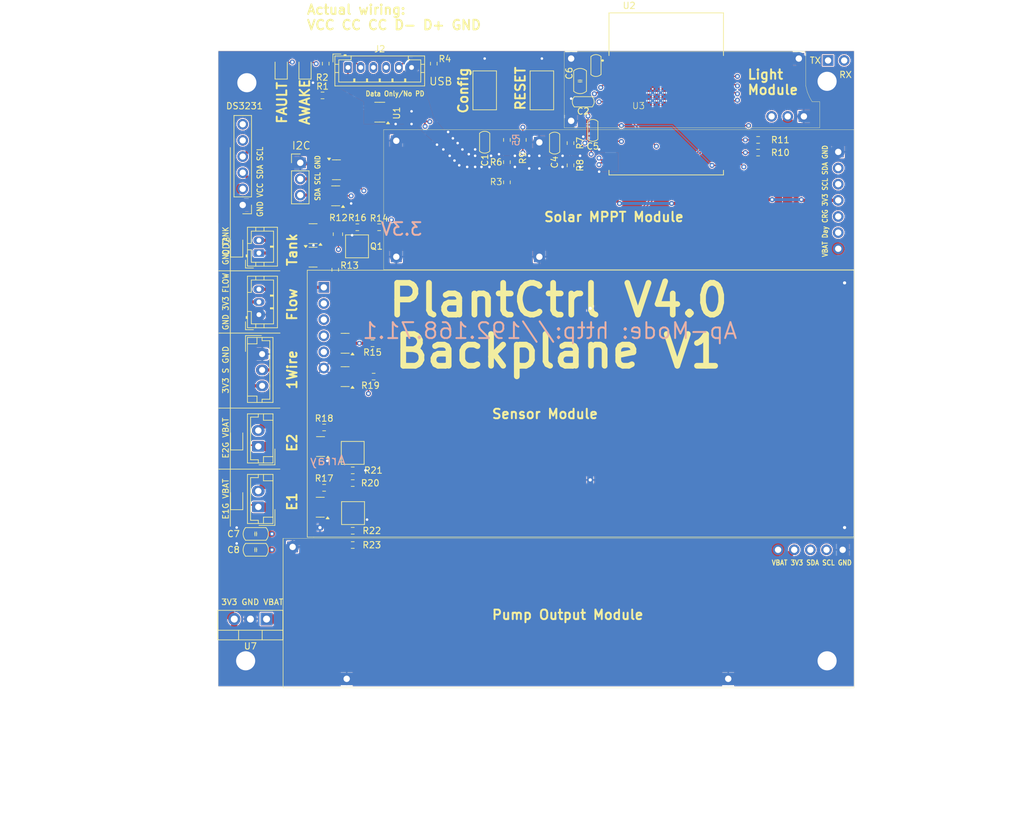
<source format=kicad_pcb>
(kicad_pcb
	(version 20241229)
	(generator "pcbnew")
	(generator_version "9.0")
	(general
		(thickness 1.6)
		(legacy_teardrops no)
	)
	(paper "A4")
	(layers
		(0 "F.Cu" signal)
		(4 "In1.Cu" signal)
		(6 "In2.Cu" signal)
		(2 "B.Cu" signal)
		(9 "F.Adhes" user "F.Adhesive")
		(11 "B.Adhes" user "B.Adhesive")
		(13 "F.Paste" user)
		(15 "B.Paste" user)
		(5 "F.SilkS" user "F.Silkscreen")
		(7 "B.SilkS" user "B.Silkscreen")
		(1 "F.Mask" user)
		(3 "B.Mask" user)
		(17 "Dwgs.User" user "User.Drawings")
		(19 "Cmts.User" user "User.Comments")
		(21 "Eco1.User" user "User.Eco1")
		(23 "Eco2.User" user "User.Eco2")
		(25 "Edge.Cuts" user)
		(27 "Margin" user)
		(31 "F.CrtYd" user "F.Courtyard")
		(29 "B.CrtYd" user "B.Courtyard")
		(35 "F.Fab" user)
		(33 "B.Fab" user)
	)
	(setup
		(stackup
			(layer "F.SilkS"
				(type "Top Silk Screen")
			)
			(layer "F.Paste"
				(type "Top Solder Paste")
			)
			(layer "F.Mask"
				(type "Top Solder Mask")
				(thickness 0.01)
			)
			(layer "F.Cu"
				(type "copper")
				(thickness 0.035)
			)
			(layer "dielectric 1"
				(type "prepreg")
				(thickness 0.1)
				(material "FR4")
				(epsilon_r 4.5)
				(loss_tangent 0.02)
			)
			(layer "In1.Cu"
				(type "copper")
				(thickness 0.035)
			)
			(layer "dielectric 2"
				(type "core")
				(thickness 1.24)
				(material "FR4")
				(epsilon_r 4.5)
				(loss_tangent 0.02)
			)
			(layer "In2.Cu"
				(type "copper")
				(thickness 0.035)
			)
			(layer "dielectric 3"
				(type "prepreg")
				(thickness 0.1)
				(material "FR4")
				(epsilon_r 4.5)
				(loss_tangent 0.02)
			)
			(layer "B.Cu"
				(type "copper")
				(thickness 0.035)
			)
			(layer "B.Mask"
				(type "Bottom Solder Mask")
				(thickness 0.01)
			)
			(layer "B.Paste"
				(type "Bottom Solder Paste")
			)
			(layer "B.SilkS"
				(type "Bottom Silk Screen")
			)
			(copper_finish "HAL lead-free")
			(dielectric_constraints no)
		)
		(pad_to_mask_clearance 0.05)
		(allow_soldermask_bridges_in_footprints no)
		(tenting front back)
		(aux_axis_origin 68.58 26.67)
		(grid_origin 68.58 26.67)
		(pcbplotparams
			(layerselection 0x00000000_00000000_5555555f_ffffffff)
			(plot_on_all_layers_selection 0x00000000_00000000_00000000_00000000)
			(disableapertmacros no)
			(usegerberextensions no)
			(usegerberattributes no)
			(usegerberadvancedattributes no)
			(creategerberjobfile no)
			(dashed_line_dash_ratio 12.000000)
			(dashed_line_gap_ratio 3.000000)
			(svgprecision 4)
			(plotframeref no)
			(mode 1)
			(useauxorigin no)
			(hpglpennumber 1)
			(hpglpenspeed 20)
			(hpglpendiameter 15.000000)
			(pdf_front_fp_property_popups yes)
			(pdf_back_fp_property_popups yes)
			(pdf_metadata yes)
			(pdf_single_document no)
			(dxfpolygonmode yes)
			(dxfimperialunits yes)
			(dxfusepcbnewfont yes)
			(psnegative no)
			(psa4output no)
			(plot_black_and_white yes)
			(sketchpadsonfab no)
			(plotpadnumbers no)
			(hidednponfab no)
			(sketchdnponfab yes)
			(crossoutdnponfab yes)
			(subtractmaskfromsilk no)
			(outputformat 1)
			(mirror no)
			(drillshape 0)
			(scaleselection 1)
			(outputdirectory "gerber/")
		)
	)
	(net 0 "")
	(net 1 "EN")
	(net 2 "VBAT")
	(net 3 "GND")
	(net 4 "3_3V")
	(net 5 "Temp")
	(net 6 "Net-(C4-Pad2)")
	(net 7 "PUMP_ENABLE")
	(net 8 "TANK_SENSOR")
	(net 9 "Charge")
	(net 10 "Net-(Q1-G)")
	(net 11 "ESP_RX")
	(net 12 "ESP_TX")
	(net 13 "Net-(Boot1-Pad2)")
	(net 14 "SDA")
	(net 15 "SCL")
	(net 16 "Net-(CD1-A)")
	(net 17 "Net-(D2-K)")
	(net 18 "CD_Probe")
	(net 19 "IsDay")
	(net 20 "LED_ENABLE")
	(net 21 "WORKING")
	(net 22 "ENABLE_TANK")
	(net 23 "USB_D-")
	(net 24 "FLOW")
	(net 25 "USB_D+")
	(net 26 "BOOT_SEL")
	(net 27 "WARN_LED")
	(net 28 "SQW")
	(net 29 "32K")
	(net 30 "USB_BUS")
	(net 31 "Net-(R3-Pad1)")
	(net 32 "unconnected-(U1-I{slash}O2-Pad4)")
	(net 33 "unconnected-(U1-I{slash}O1-Pad6)")
	(net 34 "Net-(J4-Pin_1)")
	(net 35 "Net-(D8-K)")
	(net 36 "Net-(D8-A)")
	(net 37 "Net-(D10-K)")
	(net 38 "Net-(D10-A)")
	(net 39 "Net-(J2-Pin_5)")
	(net 40 "Net-(Q2-G)")
	(net 41 "Net-(J2-Pin_2)")
	(net 42 "unconnected-(U2-IO8-Pad10)")
	(net 43 "unconnected-(U2-IO0-Pad8)")
	(net 44 "unconnected-(U2-NC-Pad22)")
	(net 45 "Net-(Q3-G)")
	(net 46 "EXTRA_1")
	(net 47 "EXTRA_2")
	(net 48 "Net-(CD2-K)")
	(net 49 "unconnected-(U5-VBAT-Pad2)")
	(footprint "Package_TO_SOT_SMD:SOT-23" (layer "F.Cu") (at 185.7675 101.92 180))
	(footprint "MPPT:MPPT" (layer "F.Cu") (at 232.68 48.3075))
	(footprint "Button_Switch_SMD:SW_SPST_CK_RS282G05A3" (layer "F.Cu") (at 220.58 45.87 -90))
	(footprint "PumpOut:PumpModule" (layer "F.Cu") (at 219.88 111.47))
	(footprint "Connector_JST:JST_EH_B2B-EH-A_1x02_P2.50mm_Vertical" (layer "F.Cu") (at 175.98 111.42 90))
	(footprint "PCM_Capacitor_SMD_Handsoldering_AKL:C_0805_2012Metric_Pad1.18x1.45mm" (layer "F.Cu") (at 175.58 115.67 180))
	(footprint "PCM_Capacitor_SMD_Handsoldering_AKL:C_0603_1608Metric_Pad1.08x0.95mm" (layer "F.Cu") (at 229.08 41.97 -90))
	(footprint "Resistor_SMD:R_0603_1608Metric" (layer "F.Cu") (at 254.58 53.67 180))
	(footprint "PCM_Capacitor_SMD_Handsoldering_AKL:C_0603_1608Metric_Pad1.08x0.95mm" (layer "F.Cu") (at 227.08 47.67))
	(footprint "Button_Switch_SMD:SW_SPST_CK_RS282G05A3" (layer "F.Cu") (at 211.58 45.87 -90))
	(footprint "Resistor_SMD:R_0603_1608Metric" (layer "F.Cu") (at 225.08 54.17 90))
	(footprint "Connector_JST:JST_PH_B3B-PH-K_1x03_P2.00mm_Vertical" (layer "F.Cu") (at 176.08 81.17 90))
	(footprint "Connector_JST:JST_EH_B3B-EH-A_1x03_P2.50mm_Vertical" (layer "F.Cu") (at 176.58 87.37 -90))
	(footprint "Resistor_SMD:R_0603_1608Metric" (layer "F.Cu") (at 191.555 67.42 180))
	(footprint "Resistor_SMD:R_0603_1608Metric" (layer "F.Cu") (at 190.83 115.17))
	(footprint "Package_TO_SOT_SMD:SOT-23" (layer "F.Cu") (at 189.63 85.67 180))
	(footprint "LED_SMD:LED_0805_2012Metric" (layer "F.Cu") (at 179.58 42.42 90))
	(footprint "Package_TO_SOT_SMD:SOT-23" (layer "F.Cu") (at 184.5925 68.42 180))
	(footprint "Resistor_SMD:R_0603_1608Metric" (layer "F.Cu") (at 217.58 53.67 -90))
	(footprint "Connector_PinHeader_2.54mm:PinHeader_1x06_P2.54mm_Vertical" (layer "F.Cu") (at 173.53 63.91 180))
	(footprint "LED_SMD:LED_0805_2012Metric" (layer "F.Cu") (at 172.58 110.17 90))
	(footprint "Resistor_SMD:R_0603_1608Metric" (layer "F.Cu") (at 186.58 41.67 -90))
	(footprint "Package_TO_SOT_SMD:SOT-23-6" (layer "F.Cu") (at 195.08 49.3075 180))
	(footprint "Package_TO_SOT_SMD:SOT-23" (layer "F.Cu") (at 189.63 90.92 180))
	(footprint "PCM_Capacitor_SMD_Handsoldering_AKL:C_0805_2012Metric_Pad1.18x1.45mm" (layer "F.Cu") (at 175.58 118.17 180))
	(footprint "Resistor_SMD:R_0603_1608Metric" (layer "F.Cu") (at 215.08 60.345 -90))
	(footprint "Resistor_SMD:R_0603_1608Metric" (layer "F.Cu") (at 194.98 67.42))
	(footprint "PCM_Capacitor_SMD_Handsoldering_AKL:C_0603_1608Metric_Pad1.08x0.95mm" (layer "F.Cu") (at 211.58 54.0325 90))
	(footprint "Package_TO_SOT_SMD:SOT-23" (layer "F.Cu") (at 188.2675 58.37))
	(footprint "Resistor_SMD:R_0603_1608Metric" (layer "F.Cu") (at 194.1175 90.92))
	(footprint "PCM_Capacitor_SMD_Handsoldering_AKL:C_0805_2012Metric_Pad1.18x1.45mm" (layer "F.Cu") (at 226.58 44.4075 90))
	(footprint "Resistor_SMD:R_0603_1608Metric" (layer "F.Cu") (at 190.83 105.67))
	(footprint "Modules:LightPower" (layer "F.Cu") (at 243.18 45.67))
	(footprint "PCM_Package_TO_SOT_SMD_AKL:SOT-23"
		(layer "F.Cu")
		(uuid "6fb21888-6d4c-4e98-920e-89709a67d614")
		(at 190.83 102.92 90)
		(descr "SOT-23, Standard, Alternate KiCad Library")
		(tags "SOT-23")
		(property "Reference" "Q3"
			(at 0 -2.5 90)
			(layer "F.SilkS")
			(hide yes)
			(uuid "0e2aeb5d-a11c-45dd-99c8-94d4107fcf47")
			(effects
				(font
					(size 1 1)
					(thickness 0.15)
				)
			)
		)
		(property "Value" "N-channel 30V 5A"
			(at 0 2.5 90)
			(layer "F.Fab")
			(hide yes)
			(uuid "348e7418-2f78-44d7-a1d3-7fd68d338e4e")
			(effects
				(font
					(size 1 1)
					(thickness 0.15)
				)
			)
		)
		(property "Datasheet" ""
			(at 0 0 90)
			(layer "F.Fab")
			(hide yes)
			(uuid "16295c85-23fb-4085-a495-3e5c66ae831f")
			(effects
				(font
					(size 1.27 1.27)
					(thickness 0.15)
				)
			)
		)
		(property "Description" ""
			(at 0 0 90)
			(layer "F.Fab")
			(hide yes)
			(uuid "c9491bd4-4f7a-43f6-98f0-dfb36b8034ca")
			(effects
				(font
					(size 1.27 1.27)
					(thickness 0.15)
				)
			)
		)
		(property "LCSC_PART_NUMBER" "C5364313"
			(at 0 0 90)
			(unlocked yes)
			(layer "F.Fab")
			(hide yes)
			(uuid "d823f3f1-df53-4127-9351-da04afcfd9d4")
			(effects
				(font
					(size 1 1)
					(thickness 0.15)
				)
			)
		)
		(property "LCSC" ""
			(at 0 0 90)
			(unlocked yes)
			(layer "F.Fab")
			(hide yes)
			(uuid "fcc478ea-4689-4c11-bf10-5fda57085541")
			(effects
				(font
					(size 1 1)
					(thickness 0.15)
				)
			)
		)
		(property "Sim.Device" ""
			(at 0 0 90)
			(unlocked yes)
			(layer "F.Fab")
			(hide yes)
			(uuid "682487d9-e5c1-4546-8065-9576ca62c2ce")
			(effects
				(font
					(size 1 1)
					(thickness 0.15)
				)
			)
		)
		(property "Sim.Pins" ""
			(at 0 0 90)
			(unlocked yes)
			(layer "F.Fab")
			(hide yes)
			(uuid "1cdda491-477a-4ce8-b6a9-50dcd80d91f2")
			(effects
				(font
					(size 1 1)
					(thickness 0.15)
				)
			)
		)
		(property "Sim.Type" ""
			(at 0 0 90)
			(unlocked yes)
			(layer "F.Fab")
			(hide yes)
			(uuid "16519ba9-3a36-4525-b2d1-2f3ded7ad1b0")
			(effects
				(font
					(size 1 1)
					(thickness 0.15)
				)
			)
		)
		(path "/63501da7-4e8a-4e8f-bc63-8b2c9f634381")
		(sheetname "/")
		(sheetfile "PlantCtrlESP32.kicad_sch")
		(attr smd)
		(fp_line
			(start 1.8 -1.8)
			(end -1.8 -1.8)
			(stroke
				(width 0.12)
				(type solid)
			)
			(layer "F.SilkS")
			(uuid
... [4042677 chars truncated]
</source>
